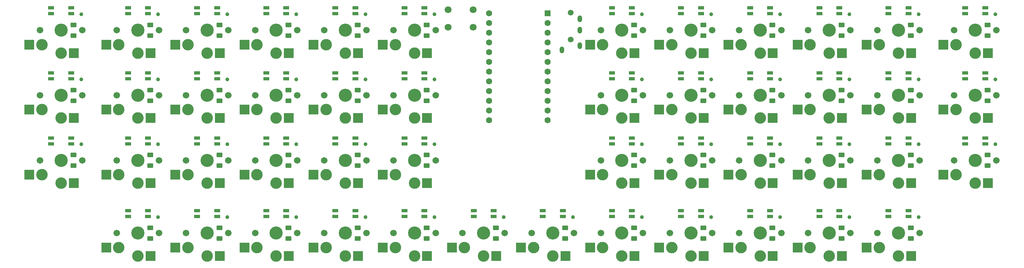
<source format=gbr>
%TF.GenerationSoftware,KiCad,Pcbnew,(6.0.7)*%
%TF.CreationDate,2022-09-18T11:37:26+07:00*%
%TF.ProjectId,Naked48,4e616b65-6434-4382-9e6b-696361645f70,rev?*%
%TF.SameCoordinates,Original*%
%TF.FileFunction,Soldermask,Bot*%
%TF.FilePolarity,Negative*%
%FSLAX46Y46*%
G04 Gerber Fmt 4.6, Leading zero omitted, Abs format (unit mm)*
G04 Created by KiCad (PCBNEW (6.0.7)) date 2022-09-18 11:37:26*
%MOMM*%
%LPD*%
G01*
G04 APERTURE LIST*
G04 Aperture macros list*
%AMRoundRect*
0 Rectangle with rounded corners*
0 $1 Rounding radius*
0 $2 $3 $4 $5 $6 $7 $8 $9 X,Y pos of 4 corners*
0 Add a 4 corners polygon primitive as box body*
4,1,4,$2,$3,$4,$5,$6,$7,$8,$9,$2,$3,0*
0 Add four circle primitives for the rounded corners*
1,1,$1+$1,$2,$3*
1,1,$1+$1,$4,$5*
1,1,$1+$1,$6,$7*
1,1,$1+$1,$8,$9*
0 Add four rect primitives between the rounded corners*
20,1,$1+$1,$2,$3,$4,$5,0*
20,1,$1+$1,$4,$5,$6,$7,0*
20,1,$1+$1,$6,$7,$8,$9,0*
20,1,$1+$1,$8,$9,$2,$3,0*%
G04 Aperture macros list end*
%ADD10C,0.990600*%
%ADD11C,3.000000*%
%ADD12C,3.429000*%
%ADD13C,1.701800*%
%ADD14R,2.600000X2.600000*%
%ADD15C,1.500000*%
%ADD16O,1.200000X1.800000*%
%ADD17C,1.800000*%
%ADD18RoundRect,0.082000X0.718000X-0.328000X0.718000X0.328000X-0.718000X0.328000X-0.718000X-0.328000X0*%
%ADD19R,1.600000X1.600000*%
%ADD20C,1.600000*%
%ADD21RoundRect,0.240000X-0.560000X0.360000X-0.560000X-0.360000X0.560000X-0.360000X0.560000X0.360000X0*%
G04 APERTURE END LIST*
D10*
%TO.C,MX1*%
X29220000Y-22880000D03*
D11*
X24000000Y-33030000D03*
D12*
X24000000Y-27080000D03*
D13*
X18500000Y-27080000D03*
X29500000Y-27080000D03*
D11*
X19000000Y-30830000D03*
D14*
X27275000Y-33030000D03*
X15725000Y-30830000D03*
%TD*%
D10*
%TO.C,MX2*%
X49220000Y-22880000D03*
D11*
X44000000Y-33030000D03*
D12*
X44000000Y-27080000D03*
D11*
X39000000Y-30830000D03*
D13*
X49500000Y-27080000D03*
X38500000Y-27080000D03*
D14*
X47275000Y-33030000D03*
X35725000Y-30830000D03*
%TD*%
D10*
%TO.C,MX3*%
X67220000Y-22880000D03*
D11*
X62000000Y-33030000D03*
D13*
X56500000Y-27080000D03*
D11*
X57000000Y-30830000D03*
D12*
X62000000Y-27080000D03*
D13*
X67500000Y-27080000D03*
D14*
X65275000Y-33030000D03*
X53725000Y-30830000D03*
%TD*%
D10*
%TO.C,MX4*%
X85220000Y-22880000D03*
D13*
X85500000Y-27080000D03*
X74500000Y-27080000D03*
D11*
X80000000Y-33030000D03*
X75000000Y-30830000D03*
D12*
X80000000Y-27080000D03*
D14*
X83275000Y-33030000D03*
X71725000Y-30830000D03*
%TD*%
D11*
%TO.C,MX5*%
X93000000Y-30830000D03*
D12*
X98000000Y-27080000D03*
D10*
X103220000Y-22880000D03*
D11*
X98000000Y-33030000D03*
D13*
X92500000Y-27080000D03*
X103500000Y-27080000D03*
D14*
X101275000Y-33030000D03*
X89725000Y-30830000D03*
%TD*%
D13*
%TO.C,MX6*%
X121500000Y-27080000D03*
X110500000Y-27080000D03*
D12*
X116000000Y-27080000D03*
D10*
X121220000Y-22880000D03*
D11*
X116000000Y-33030000D03*
X111000000Y-30830000D03*
D14*
X119275000Y-33030000D03*
X107725000Y-30830000D03*
%TD*%
D12*
%TO.C,MX7*%
X170000000Y-27080000D03*
D11*
X165000000Y-30830000D03*
D13*
X175500000Y-27080000D03*
X164500000Y-27080000D03*
D11*
X170000000Y-33030000D03*
D10*
X175220000Y-22880000D03*
D14*
X173275000Y-33030000D03*
X161725000Y-30830000D03*
%TD*%
D10*
%TO.C,MX8*%
X193220000Y-22880000D03*
D12*
X188000000Y-27080000D03*
D13*
X182500000Y-27080000D03*
D11*
X183000000Y-30830000D03*
D13*
X193500000Y-27080000D03*
D11*
X188000000Y-33030000D03*
D14*
X191275000Y-33030000D03*
X179725000Y-30830000D03*
%TD*%
D11*
%TO.C,MX9*%
X201000000Y-30830000D03*
D12*
X206000000Y-27080000D03*
D11*
X206000000Y-33030000D03*
D10*
X211220000Y-22880000D03*
D13*
X200500000Y-27080000D03*
X211500000Y-27080000D03*
D14*
X209275000Y-33030000D03*
X197725000Y-30830000D03*
%TD*%
D12*
%TO.C,MX10*%
X224000000Y-27080000D03*
D11*
X219000000Y-30830000D03*
X224000000Y-33030000D03*
D13*
X229500000Y-27080000D03*
X218500000Y-27080000D03*
D10*
X229220000Y-22880000D03*
D14*
X227275000Y-33030000D03*
X215725000Y-30830000D03*
%TD*%
D13*
%TO.C,MX11*%
X247500000Y-27080000D03*
D12*
X242000000Y-27080000D03*
D11*
X237000000Y-30830000D03*
D13*
X236500000Y-27080000D03*
D11*
X242000000Y-33030000D03*
D10*
X247220000Y-22880000D03*
D14*
X245275000Y-33030000D03*
X233725000Y-30830000D03*
%TD*%
D11*
%TO.C,MX12*%
X262000000Y-33030000D03*
X257000000Y-30830000D03*
D10*
X267220000Y-22880000D03*
D12*
X262000000Y-27080000D03*
D13*
X256500000Y-27080000D03*
X267500000Y-27080000D03*
D14*
X265275000Y-33030000D03*
X253725000Y-30830000D03*
%TD*%
D11*
%TO.C,MX13*%
X19000000Y-47830000D03*
D13*
X29500000Y-44080000D03*
D11*
X24000000Y-50030000D03*
D12*
X24000000Y-44080000D03*
D13*
X18500000Y-44080000D03*
D10*
X29220000Y-39880000D03*
D14*
X27275000Y-50030000D03*
X15725000Y-47830000D03*
%TD*%
D11*
%TO.C,MX14*%
X44000000Y-50030000D03*
D13*
X49500000Y-44080000D03*
X38500000Y-44080000D03*
D12*
X44000000Y-44080000D03*
D10*
X49220000Y-39880000D03*
D11*
X39000000Y-47830000D03*
D14*
X47275000Y-50030000D03*
X35725000Y-47830000D03*
%TD*%
D13*
%TO.C,MX15*%
X67500000Y-44080000D03*
D11*
X62000000Y-50030000D03*
D13*
X56500000Y-44080000D03*
D10*
X67220000Y-39880000D03*
D12*
X62000000Y-44080000D03*
D11*
X57000000Y-47830000D03*
D14*
X65275000Y-50030000D03*
X53725000Y-47830000D03*
%TD*%
D11*
%TO.C,MX16*%
X80000000Y-50030000D03*
D13*
X85500000Y-44080000D03*
D11*
X75000000Y-47830000D03*
D10*
X85220000Y-39880000D03*
D12*
X80000000Y-44080000D03*
D13*
X74500000Y-44080000D03*
D14*
X83275000Y-50030000D03*
X71725000Y-47830000D03*
%TD*%
D13*
%TO.C,MX17*%
X103500000Y-44080000D03*
D11*
X93000000Y-47830000D03*
D13*
X92500000Y-44080000D03*
D10*
X103220000Y-39880000D03*
D11*
X98000000Y-50030000D03*
D12*
X98000000Y-44080000D03*
D14*
X101275000Y-50030000D03*
X89725000Y-47830000D03*
%TD*%
D11*
%TO.C,MX18*%
X111000000Y-47830000D03*
X116000000Y-50030000D03*
D12*
X116000000Y-44080000D03*
D13*
X110500000Y-44080000D03*
X121500000Y-44080000D03*
D10*
X121220000Y-39880000D03*
D14*
X119275000Y-50030000D03*
X107725000Y-47830000D03*
%TD*%
D12*
%TO.C,MX19*%
X170000000Y-44080000D03*
D13*
X164500000Y-44080000D03*
D10*
X175220000Y-39880000D03*
D13*
X175500000Y-44080000D03*
D11*
X165000000Y-47830000D03*
X170000000Y-50030000D03*
D14*
X173275000Y-50030000D03*
X161725000Y-47830000D03*
%TD*%
D12*
%TO.C,MX20*%
X188000000Y-44080000D03*
D10*
X193220000Y-39880000D03*
D13*
X193500000Y-44080000D03*
D11*
X183000000Y-47830000D03*
X188000000Y-50030000D03*
D13*
X182500000Y-44080000D03*
D14*
X191275000Y-50030000D03*
X179725000Y-47830000D03*
%TD*%
D11*
%TO.C,MX21*%
X206000000Y-50030000D03*
D12*
X206000000Y-44080000D03*
D11*
X201000000Y-47830000D03*
D13*
X211500000Y-44080000D03*
X200500000Y-44080000D03*
D10*
X211220000Y-39880000D03*
D14*
X209275000Y-50030000D03*
X197725000Y-47830000D03*
%TD*%
D10*
%TO.C,MX22*%
X229220000Y-39880000D03*
D13*
X218500000Y-44080000D03*
D11*
X219000000Y-47830000D03*
D12*
X224000000Y-44080000D03*
D11*
X224000000Y-50030000D03*
D13*
X229500000Y-44080000D03*
D14*
X227275000Y-50030000D03*
X215725000Y-47830000D03*
%TD*%
D11*
%TO.C,MX23*%
X237000000Y-47830000D03*
D13*
X236500000Y-44080000D03*
D12*
X242000000Y-44080000D03*
D13*
X247500000Y-44080000D03*
D10*
X247220000Y-39880000D03*
D11*
X242000000Y-50030000D03*
D14*
X245275000Y-50030000D03*
X233725000Y-47830000D03*
%TD*%
D11*
%TO.C,MX24*%
X257000000Y-47830000D03*
D13*
X256500000Y-44080000D03*
X267500000Y-44080000D03*
D10*
X267220000Y-39880000D03*
D12*
X262000000Y-44080000D03*
D11*
X262000000Y-50030000D03*
D14*
X265275000Y-50030000D03*
X253725000Y-47830000D03*
%TD*%
D11*
%TO.C,MX25*%
X24000000Y-67030000D03*
D10*
X29220000Y-56880000D03*
D12*
X24000000Y-61080000D03*
D11*
X19000000Y-64830000D03*
D13*
X29500000Y-61080000D03*
X18500000Y-61080000D03*
D14*
X27275000Y-67030000D03*
X15725000Y-64830000D03*
%TD*%
D11*
%TO.C,MX26*%
X44000000Y-86030000D03*
D13*
X38500000Y-80080000D03*
X49500000Y-80080000D03*
D11*
X39000000Y-83830000D03*
D12*
X44000000Y-80080000D03*
D10*
X49220000Y-75880000D03*
D14*
X47275000Y-86030000D03*
X35725000Y-83830000D03*
%TD*%
D11*
%TO.C,MX27*%
X39000000Y-64830000D03*
D10*
X49220000Y-56880000D03*
D13*
X38500000Y-61080000D03*
X49500000Y-61080000D03*
D12*
X44000000Y-61080000D03*
D11*
X44000000Y-67030000D03*
D14*
X47275000Y-67030000D03*
X35725000Y-64830000D03*
%TD*%
D11*
%TO.C,MX28*%
X57000000Y-83830000D03*
D10*
X67220000Y-75880000D03*
D12*
X62000000Y-80080000D03*
D11*
X62000000Y-86030000D03*
D13*
X56500000Y-80080000D03*
X67500000Y-80080000D03*
D14*
X65275000Y-86030000D03*
X53725000Y-83830000D03*
%TD*%
D12*
%TO.C,MX29*%
X62000000Y-61080000D03*
D10*
X67220000Y-56880000D03*
D13*
X56500000Y-61080000D03*
D11*
X57000000Y-64830000D03*
D13*
X67500000Y-61080000D03*
D11*
X62000000Y-67030000D03*
D14*
X65275000Y-67030000D03*
X53725000Y-64830000D03*
%TD*%
D12*
%TO.C,MX30*%
X80000000Y-80080000D03*
D13*
X85500000Y-80080000D03*
D11*
X80000000Y-86030000D03*
D10*
X85220000Y-75880000D03*
D13*
X74500000Y-80080000D03*
D11*
X75000000Y-83830000D03*
D14*
X83275000Y-86030000D03*
X71725000Y-83830000D03*
%TD*%
D12*
%TO.C,MX31*%
X80000000Y-61080000D03*
D13*
X74500000Y-61080000D03*
D11*
X80000000Y-67030000D03*
D10*
X85220000Y-56880000D03*
D11*
X75000000Y-64830000D03*
D13*
X85500000Y-61080000D03*
D14*
X83275000Y-67030000D03*
X71725000Y-64830000D03*
%TD*%
D12*
%TO.C,MX32*%
X98000000Y-80080000D03*
D13*
X92500000Y-80080000D03*
D11*
X98000000Y-86030000D03*
D10*
X103220000Y-75880000D03*
D11*
X93000000Y-83830000D03*
D13*
X103500000Y-80080000D03*
D14*
X101275000Y-86030000D03*
X89725000Y-83830000D03*
%TD*%
D10*
%TO.C,MX33*%
X103220000Y-56880000D03*
D12*
X98000000Y-61080000D03*
D13*
X92500000Y-61080000D03*
D11*
X98000000Y-67030000D03*
X93000000Y-64830000D03*
D13*
X103500000Y-61080000D03*
D14*
X101275000Y-67030000D03*
X89725000Y-64830000D03*
%TD*%
D12*
%TO.C,MX34*%
X116000000Y-80080000D03*
D10*
X121220000Y-75880000D03*
D13*
X121500000Y-80080000D03*
D11*
X116000000Y-86030000D03*
X111000000Y-83830000D03*
D13*
X110500000Y-80080000D03*
D14*
X119275000Y-86030000D03*
X107725000Y-83830000D03*
%TD*%
D12*
%TO.C,MX35*%
X116000000Y-61080000D03*
D13*
X121500000Y-61080000D03*
D10*
X121220000Y-56880000D03*
D11*
X111000000Y-64830000D03*
D13*
X110500000Y-61080000D03*
D11*
X116000000Y-67030000D03*
D14*
X119275000Y-67030000D03*
X107725000Y-64830000D03*
%TD*%
D12*
%TO.C,MX36*%
X134000000Y-80080000D03*
D11*
X134000000Y-86030000D03*
D13*
X128500000Y-80080000D03*
X139500000Y-80080000D03*
D10*
X139220000Y-75880000D03*
D11*
X129000000Y-83830000D03*
D14*
X137275000Y-86030000D03*
X125725000Y-83830000D03*
%TD*%
D13*
%TO.C,MX37*%
X175500000Y-61080000D03*
X164500000Y-61080000D03*
D12*
X170000000Y-61080000D03*
D10*
X175220000Y-56880000D03*
D11*
X170000000Y-67030000D03*
X165000000Y-64830000D03*
D14*
X173275000Y-67030000D03*
X161725000Y-64830000D03*
%TD*%
D13*
%TO.C,MX38*%
X157500000Y-80080000D03*
D10*
X157220000Y-75880000D03*
D13*
X146500000Y-80080000D03*
D11*
X147000000Y-83830000D03*
X152000000Y-86030000D03*
D12*
X152000000Y-80080000D03*
D14*
X155275000Y-86030000D03*
X143725000Y-83830000D03*
%TD*%
D11*
%TO.C,MX39*%
X183000000Y-64830000D03*
D13*
X182500000Y-61080000D03*
X193500000Y-61080000D03*
D12*
X188000000Y-61080000D03*
D11*
X188000000Y-67030000D03*
D10*
X193220000Y-56880000D03*
D14*
X191275000Y-67030000D03*
X179725000Y-64830000D03*
%TD*%
D10*
%TO.C,MX40*%
X175220000Y-75880000D03*
D11*
X165000000Y-83830000D03*
D12*
X170000000Y-80080000D03*
D11*
X170000000Y-86030000D03*
D13*
X175500000Y-80080000D03*
X164500000Y-80080000D03*
D14*
X173275000Y-86030000D03*
X161725000Y-83830000D03*
%TD*%
D10*
%TO.C,MX41*%
X211220000Y-56880000D03*
D12*
X206000000Y-61080000D03*
D11*
X201000000Y-64830000D03*
X206000000Y-67030000D03*
D13*
X200500000Y-61080000D03*
X211500000Y-61080000D03*
D14*
X209275000Y-67030000D03*
X197725000Y-64830000D03*
%TD*%
D13*
%TO.C,MX42*%
X182500000Y-80080000D03*
D10*
X193220000Y-75880000D03*
D11*
X183000000Y-83830000D03*
X188000000Y-86030000D03*
D12*
X188000000Y-80080000D03*
D13*
X193500000Y-80080000D03*
D14*
X191275000Y-86030000D03*
X179725000Y-83830000D03*
%TD*%
D13*
%TO.C,MX43*%
X229500000Y-61080000D03*
D12*
X224000000Y-61080000D03*
D11*
X219000000Y-64830000D03*
D10*
X229220000Y-56880000D03*
D13*
X218500000Y-61080000D03*
D11*
X224000000Y-67030000D03*
D14*
X227275000Y-67030000D03*
X215725000Y-64830000D03*
%TD*%
D11*
%TO.C,MX44*%
X201000000Y-83830000D03*
D13*
X211500000Y-80080000D03*
X200500000Y-80080000D03*
D10*
X211220000Y-75880000D03*
D11*
X206000000Y-86030000D03*
D12*
X206000000Y-80080000D03*
D14*
X209275000Y-86030000D03*
X197725000Y-83830000D03*
%TD*%
D11*
%TO.C,MX45*%
X237000000Y-64830000D03*
D13*
X236500000Y-61080000D03*
X247500000Y-61080000D03*
D12*
X242000000Y-61080000D03*
D10*
X247220000Y-56880000D03*
D11*
X242000000Y-67030000D03*
D14*
X245275000Y-67030000D03*
X233725000Y-64830000D03*
%TD*%
D12*
%TO.C,MX46*%
X224000000Y-80080000D03*
D13*
X229500000Y-80080000D03*
D11*
X219000000Y-83830000D03*
D13*
X218500000Y-80080000D03*
D11*
X224000000Y-86030000D03*
D10*
X229220000Y-75880000D03*
D14*
X227275000Y-86030000D03*
X215725000Y-83830000D03*
%TD*%
D12*
%TO.C,MX47*%
X262000000Y-61080000D03*
D11*
X257000000Y-64830000D03*
D10*
X267220000Y-56880000D03*
D11*
X262000000Y-67030000D03*
D13*
X256500000Y-61080000D03*
X267500000Y-61080000D03*
D14*
X265275000Y-67030000D03*
X253725000Y-64830000D03*
%TD*%
D13*
%TO.C,MX48*%
X236500000Y-80080000D03*
D10*
X247220000Y-75880000D03*
D11*
X237000000Y-83830000D03*
D12*
X242000000Y-80080000D03*
D13*
X247500000Y-80080000D03*
D11*
X242000000Y-86030000D03*
D14*
X245275000Y-86030000D03*
X233725000Y-83830000D03*
%TD*%
D15*
%TO.C,J1*%
X156700000Y-22480000D03*
X156700000Y-29480000D03*
D16*
X159000000Y-24080000D03*
X159000000Y-27080000D03*
X159000000Y-31080000D03*
X154400000Y-32180000D03*
%TD*%
D17*
%TO.C,SW1*%
X131250000Y-21750000D03*
X124750000Y-26250000D03*
X131250000Y-26250000D03*
X124750000Y-21750000D03*
%TD*%
D18*
%TO.C,RGB1*%
X26600000Y-22750001D03*
X26600000Y-21250001D03*
X21400000Y-21250001D03*
X21400000Y-22750001D03*
%TD*%
%TO.C,RGB2*%
X26600000Y-39750001D03*
X26600000Y-38250001D03*
X21400000Y-38250001D03*
X21400000Y-39750001D03*
%TD*%
%TO.C,RGB3*%
X26600000Y-56750001D03*
X26600000Y-55250001D03*
X21400000Y-55250001D03*
X21400000Y-56750001D03*
%TD*%
%TO.C,RGB4*%
X46600000Y-75750001D03*
X46600000Y-74250001D03*
X41400000Y-74250001D03*
X41400000Y-75750001D03*
%TD*%
%TO.C,RGB5*%
X64600000Y-75750001D03*
X64600000Y-74250001D03*
X59400000Y-74250001D03*
X59400000Y-75750001D03*
%TD*%
%TO.C,RGB6*%
X82600000Y-75750001D03*
X82600000Y-74250001D03*
X77400000Y-74250001D03*
X77400000Y-75750001D03*
%TD*%
%TO.C,RGB7*%
X100600000Y-75750001D03*
X100600000Y-74250001D03*
X95400000Y-74250001D03*
X95400000Y-75750001D03*
%TD*%
%TO.C,RGB8*%
X118600000Y-75750001D03*
X118600000Y-74250001D03*
X113400000Y-74250001D03*
X113400000Y-75750001D03*
%TD*%
%TO.C,RGB36*%
X46600000Y-39750001D03*
X46600000Y-38250001D03*
X41400000Y-38250001D03*
X41400000Y-39750001D03*
%TD*%
%TO.C,RGB38*%
X46600000Y-56750001D03*
X46600000Y-55250001D03*
X41400000Y-55250001D03*
X41400000Y-56750001D03*
%TD*%
%TO.C,RGB9*%
X264600000Y-56750001D03*
X264600000Y-55250001D03*
X259400000Y-55250001D03*
X259400000Y-56750001D03*
%TD*%
%TO.C,RGB10*%
X244600000Y-75750001D03*
X244600000Y-74250001D03*
X239400000Y-74250001D03*
X239400000Y-75750001D03*
%TD*%
%TO.C,RGB11*%
X226600000Y-75750001D03*
X226600000Y-74250001D03*
X221400000Y-74250001D03*
X221400000Y-75750001D03*
%TD*%
%TO.C,RGB12*%
X208600000Y-75750001D03*
X208600000Y-74250001D03*
X203400000Y-74250001D03*
X203400000Y-75750001D03*
%TD*%
%TO.C,RGB13*%
X190600000Y-75750001D03*
X190600000Y-74250001D03*
X185400000Y-74250001D03*
X185400000Y-75750001D03*
%TD*%
%TO.C,RGB14*%
X172600000Y-75750001D03*
X172600000Y-74250001D03*
X167400000Y-74250001D03*
X167400000Y-75750001D03*
%TD*%
%TO.C,RGB15*%
X154600000Y-75750001D03*
X154600000Y-74250001D03*
X149400000Y-74250001D03*
X149400000Y-75750001D03*
%TD*%
%TO.C,RGB16*%
X136600000Y-75750001D03*
X136600000Y-74250001D03*
X131400000Y-74250001D03*
X131400000Y-75750001D03*
%TD*%
%TO.C,RGB17*%
X264600000Y-39750001D03*
X264600000Y-38250001D03*
X259400000Y-38250001D03*
X259400000Y-39750001D03*
%TD*%
%TO.C,RGB18*%
X172600000Y-39750001D03*
X172600000Y-38250001D03*
X167400000Y-38250001D03*
X167400000Y-39750001D03*
%TD*%
%TO.C,RGB19*%
X264600000Y-22750001D03*
X264600000Y-21250001D03*
X259400000Y-21250001D03*
X259400000Y-22750001D03*
%TD*%
%TO.C,RGB20*%
X172600000Y-22750001D03*
X172600000Y-21250001D03*
X167400000Y-21250001D03*
X167400000Y-22750001D03*
%TD*%
%TO.C,RGB21*%
X244600000Y-22750001D03*
X244600000Y-21250001D03*
X239400000Y-21250001D03*
X239400000Y-22750001D03*
%TD*%
%TO.C,RGB22*%
X190600000Y-22750001D03*
X190600000Y-21250001D03*
X185400000Y-21250001D03*
X185400000Y-22750001D03*
%TD*%
%TO.C,RGB23*%
X244600000Y-39750001D03*
X244600000Y-38250001D03*
X239400000Y-38250001D03*
X239400000Y-39750001D03*
%TD*%
%TO.C,RGB24*%
X190600000Y-39750001D03*
X190600000Y-38250001D03*
X185400000Y-38250001D03*
X185400000Y-39750001D03*
%TD*%
%TO.C,RGB25*%
X244600000Y-56750001D03*
X244600000Y-55250001D03*
X239400000Y-55250001D03*
X239400000Y-56750001D03*
%TD*%
%TO.C,RGB26*%
X190600000Y-56750001D03*
X190600000Y-55250001D03*
X185400000Y-55250001D03*
X185400000Y-56750001D03*
%TD*%
%TO.C,RGB27*%
X226600000Y-56750001D03*
X226600000Y-55250001D03*
X221400000Y-55250001D03*
X221400000Y-56750001D03*
%TD*%
%TO.C,RGB28*%
X208600000Y-56750001D03*
X208600000Y-55250001D03*
X203400000Y-55250001D03*
X203400000Y-56750001D03*
%TD*%
%TO.C,RGB29*%
X226600000Y-39750001D03*
X226600000Y-38250001D03*
X221400000Y-38250001D03*
X221400000Y-39750001D03*
%TD*%
%TO.C,RGB30*%
X208600000Y-39750001D03*
X208600000Y-38250001D03*
X203400000Y-38250001D03*
X203400000Y-39750001D03*
%TD*%
%TO.C,RGB31*%
X226600000Y-22750001D03*
X226600000Y-21250001D03*
X221400000Y-21250001D03*
X221400000Y-22750001D03*
%TD*%
%TO.C,RGB32*%
X208600000Y-22750001D03*
X208600000Y-21250001D03*
X203400000Y-21250001D03*
X203400000Y-22750001D03*
%TD*%
%TO.C,RGB34*%
X46600000Y-22750001D03*
X46600000Y-21250001D03*
X41400000Y-21250001D03*
X41400000Y-22750001D03*
%TD*%
%TO.C,RGB33*%
X172600000Y-56750001D03*
X172600000Y-55250001D03*
X167400000Y-55250001D03*
X167400000Y-56750001D03*
%TD*%
%TO.C,RGB35*%
X118600000Y-56750001D03*
X118600000Y-55250001D03*
X113400000Y-55250001D03*
X113400000Y-56750001D03*
%TD*%
%TO.C,RGB37*%
X118600000Y-39750001D03*
X118600000Y-38250001D03*
X113400000Y-38250001D03*
X113400000Y-39750001D03*
%TD*%
%TO.C,RGB39*%
X118600000Y-22750001D03*
X118600000Y-21250001D03*
X113400000Y-21250001D03*
X113400000Y-22750001D03*
%TD*%
%TO.C,RGB40*%
X64600000Y-56750001D03*
X64600000Y-55250001D03*
X59400000Y-55250001D03*
X59400000Y-56750001D03*
%TD*%
%TO.C,RGB41*%
X100600000Y-22750001D03*
X100600000Y-21250001D03*
X95400000Y-21250001D03*
X95400000Y-22750001D03*
%TD*%
%TO.C,RGB42*%
X64600000Y-39750001D03*
X64600000Y-38250001D03*
X59400000Y-38250001D03*
X59400000Y-39750001D03*
%TD*%
%TO.C,RGB43*%
X100600000Y-39750001D03*
X100600000Y-38250001D03*
X95400000Y-38250001D03*
X95400000Y-39750001D03*
%TD*%
%TO.C,RGB44*%
X64600000Y-22750001D03*
X64600000Y-21250001D03*
X59400000Y-21250001D03*
X59400000Y-22750001D03*
%TD*%
%TO.C,RGB45*%
X100600000Y-56750001D03*
X100600000Y-55250001D03*
X95400000Y-55250001D03*
X95400000Y-56750001D03*
%TD*%
%TO.C,RGB46*%
X82600000Y-22750001D03*
X82600000Y-21250001D03*
X77400000Y-21250001D03*
X77400000Y-22750001D03*
%TD*%
%TO.C,RGB47*%
X82600000Y-56750001D03*
X82600000Y-55250001D03*
X77400000Y-55250001D03*
X77400000Y-56750001D03*
%TD*%
%TO.C,RGB48*%
X82600000Y-39750001D03*
X82600000Y-38250001D03*
X77400000Y-38250001D03*
X77400000Y-39750001D03*
%TD*%
D19*
%TO.C,U1*%
X150619999Y-22610000D03*
D20*
X150619999Y-25150000D03*
X150619999Y-27690000D03*
X150619999Y-30230000D03*
X150619999Y-32770000D03*
X150619999Y-35310000D03*
X150619999Y-37850000D03*
X150619999Y-40390000D03*
X150619999Y-42930000D03*
X150619999Y-45470000D03*
X150619999Y-48010000D03*
X150619999Y-50550000D03*
X135379999Y-50550000D03*
X135379999Y-48010000D03*
X135379999Y-45470000D03*
X135379999Y-42930000D03*
X135379999Y-40390000D03*
X135379999Y-37850000D03*
X135379999Y-35310000D03*
X135379999Y-32770000D03*
X135379999Y-30230000D03*
X135379999Y-27690000D03*
X135379999Y-25150000D03*
X135379999Y-22610000D03*
%TD*%
D21*
%TO.C,D1*%
X27200000Y-25680000D03*
X27200000Y-28480000D03*
%TD*%
%TO.C,D2*%
X47200000Y-25680000D03*
X47200000Y-28480000D03*
%TD*%
%TO.C,D3*%
X65200000Y-25680000D03*
X65200000Y-28480000D03*
%TD*%
%TO.C,D4*%
X83200000Y-25680000D03*
X83200000Y-28480000D03*
%TD*%
%TO.C,D5*%
X101200000Y-25680000D03*
X101200000Y-28480000D03*
%TD*%
%TO.C,D6*%
X119200000Y-25680000D03*
X119200000Y-28480000D03*
%TD*%
%TO.C,D7*%
X173200000Y-25680000D03*
X173200000Y-28480000D03*
%TD*%
%TO.C,D8*%
X191200000Y-25680000D03*
X191200000Y-28480000D03*
%TD*%
%TO.C,D9*%
X209200000Y-25680000D03*
X209200000Y-28480000D03*
%TD*%
%TO.C,D10*%
X227200000Y-25680000D03*
X227200000Y-28480000D03*
%TD*%
%TO.C,D11*%
X245200000Y-25680000D03*
X245200000Y-28480000D03*
%TD*%
%TO.C,D12*%
X265200000Y-25680000D03*
X265200000Y-28480000D03*
%TD*%
%TO.C,D13*%
X27200000Y-42680000D03*
X27200000Y-45480000D03*
%TD*%
%TO.C,D14*%
X47200000Y-42680000D03*
X47200000Y-45480000D03*
%TD*%
%TO.C,D15*%
X65200000Y-42680000D03*
X65200000Y-45480000D03*
%TD*%
%TO.C,D16*%
X83200000Y-42680000D03*
X83200000Y-45480000D03*
%TD*%
%TO.C,D17*%
X101200000Y-42680000D03*
X101200000Y-45480000D03*
%TD*%
%TO.C,D18*%
X119200000Y-42680000D03*
X119200000Y-45480000D03*
%TD*%
%TO.C,D19*%
X173200000Y-42680000D03*
X173200000Y-45480000D03*
%TD*%
%TO.C,D20*%
X191200000Y-42680000D03*
X191200000Y-45480000D03*
%TD*%
%TO.C,D21*%
X209200000Y-42680000D03*
X209200000Y-45480000D03*
%TD*%
%TO.C,D22*%
X227200000Y-42680000D03*
X227200000Y-45480000D03*
%TD*%
%TO.C,D23*%
X245200000Y-42680000D03*
X245200000Y-45480000D03*
%TD*%
%TO.C,D24*%
X265200000Y-42680000D03*
X265200000Y-45480000D03*
%TD*%
%TO.C,D25*%
X27200000Y-59680000D03*
X27200000Y-62480000D03*
%TD*%
%TO.C,D26*%
X47200000Y-78680000D03*
X47200000Y-81480000D03*
%TD*%
%TO.C,D27*%
X47200000Y-59680000D03*
X47200000Y-62480000D03*
%TD*%
%TO.C,D28*%
X65200000Y-78680000D03*
X65200000Y-81480000D03*
%TD*%
%TO.C,D29*%
X65200000Y-59680000D03*
X65200000Y-62480000D03*
%TD*%
%TO.C,D30*%
X83200000Y-78680000D03*
X83200000Y-81480000D03*
%TD*%
%TO.C,D31*%
X83200000Y-59680000D03*
X83200000Y-62480000D03*
%TD*%
%TO.C,D32*%
X101200000Y-78680000D03*
X101200000Y-81480000D03*
%TD*%
%TO.C,D33*%
X101200000Y-59680000D03*
X101200000Y-62480000D03*
%TD*%
%TO.C,D34*%
X119200000Y-78680000D03*
X119200000Y-81480000D03*
%TD*%
%TO.C,D35*%
X119200000Y-59680000D03*
X119200000Y-62480000D03*
%TD*%
%TO.C,D36*%
X137200000Y-78680000D03*
X137200000Y-81480000D03*
%TD*%
%TO.C,D37*%
X173200000Y-59680000D03*
X173200000Y-62480000D03*
%TD*%
%TO.C,D38*%
X155200000Y-78680000D03*
X155200000Y-81480000D03*
%TD*%
%TO.C,D39*%
X191200000Y-59680000D03*
X191200000Y-62480000D03*
%TD*%
%TO.C,D40*%
X173200000Y-78680000D03*
X173200000Y-81480000D03*
%TD*%
%TO.C,D41*%
X209200000Y-59680000D03*
X209200000Y-62480000D03*
%TD*%
%TO.C,D42*%
X191200000Y-78680000D03*
X191200000Y-81480000D03*
%TD*%
%TO.C,D43*%
X227200000Y-59680000D03*
X227200000Y-62480000D03*
%TD*%
%TO.C,D44*%
X209200000Y-78680000D03*
X209200000Y-81480000D03*
%TD*%
%TO.C,D45*%
X245200000Y-59680000D03*
X245200000Y-62480000D03*
%TD*%
%TO.C,D46*%
X227200000Y-78680000D03*
X227200000Y-81480000D03*
%TD*%
%TO.C,D47*%
X265200000Y-59680000D03*
X265200000Y-62480000D03*
%TD*%
%TO.C,D48*%
X245200000Y-78680000D03*
X245200000Y-81480000D03*
%TD*%
M02*

</source>
